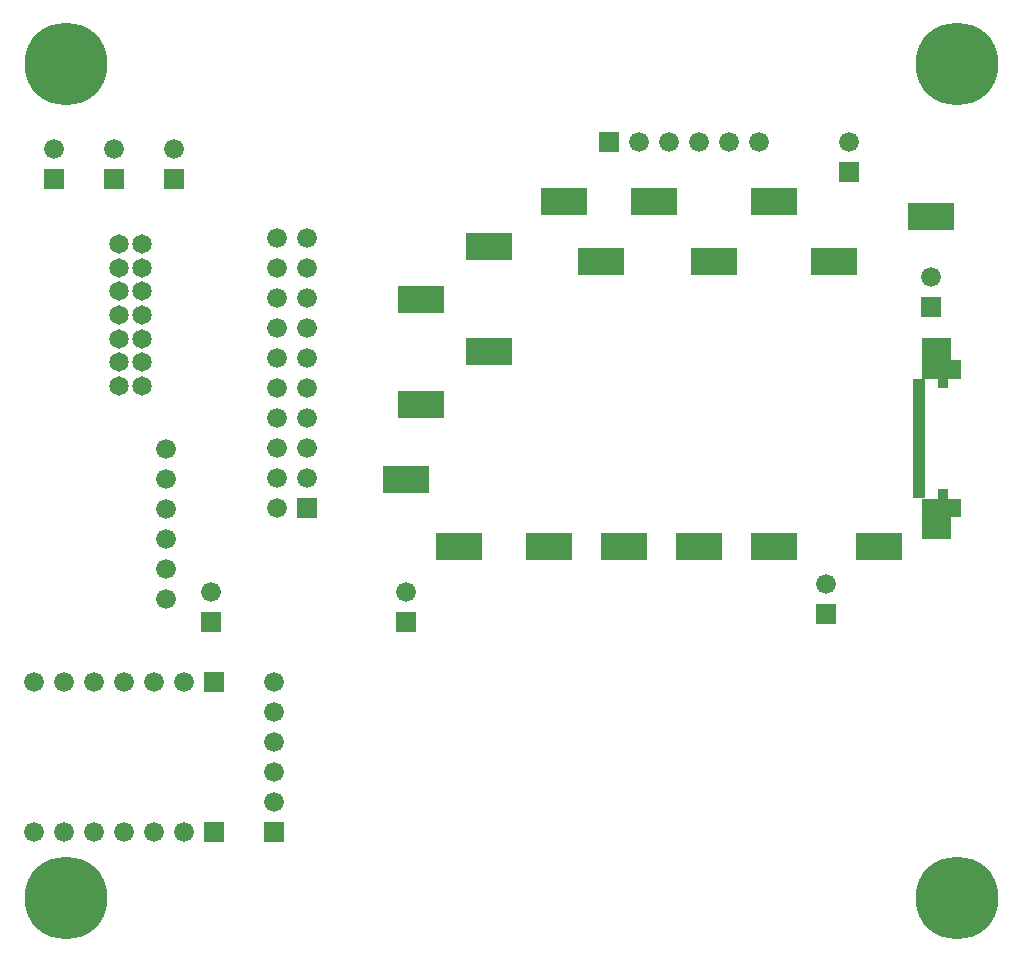
<source format=gbr>
G04 start of page 6 for group -4063 idx -4063 *
G04 Title: (unknown), componentmask *
G04 Creator: pcb 20110918 *
G04 CreationDate: Thu Aug 28 18:43:41 2014 UTC *
G04 For: fosse *
G04 Format: Gerber/RS-274X *
G04 PCB-Dimensions: 348000 372000 *
G04 PCB-Coordinate-Origin: lower left *
%MOIN*%
%FSLAX25Y25*%
%LNTOPMASK*%
%ADD61R,0.0336X0.0336*%
%ADD60R,0.0218X0.0218*%
%ADD59R,0.0907X0.0907*%
%ADD58R,0.0966X0.0966*%
%ADD57R,0.0435X0.0435*%
%ADD56C,0.0651*%
%ADD55C,0.2760*%
%ADD54C,0.0001*%
%ADD53C,0.0660*%
G54D53*X110500Y241000D03*
G54D54*G36*
X315200Y271300D02*Y264700D01*
X321800D01*
Y271300D01*
X315200D01*
G37*
G54D53*X318500Y278000D03*
G54D54*G36*
X207700Y326300D02*Y319700D01*
X214300D01*
Y326300D01*
X207700D01*
G37*
G54D53*X221000Y323000D03*
X231000D03*
X241000D03*
G54D55*X327000Y349000D03*
G54D53*X251000Y323000D03*
X261000D03*
G54D54*G36*
X287700Y316300D02*Y309700D01*
X294300D01*
Y316300D01*
X287700D01*
G37*
G54D53*X291000Y323000D03*
G54D54*G36*
X280200Y168800D02*Y162200D01*
X286800D01*
Y168800D01*
X280200D01*
G37*
G54D53*X283500Y175500D03*
X110500Y221000D03*
X100500D03*
X110500Y231000D03*
X100500D03*
Y241000D03*
X110500Y251000D03*
Y261000D03*
Y271000D03*
Y281000D03*
Y291000D03*
X100500Y251000D03*
Y261000D03*
Y271000D03*
Y281000D03*
Y291000D03*
G54D54*G36*
X107200Y204300D02*Y197700D01*
X113800D01*
Y204300D01*
X107200D01*
G37*
G54D53*X100500Y201000D03*
X110500Y211000D03*
X100500D03*
G54D54*G36*
X140200Y166300D02*Y159700D01*
X146800D01*
Y166300D01*
X140200D01*
G37*
G54D53*X143500Y173000D03*
G54D54*G36*
X75200Y166300D02*Y159700D01*
X81800D01*
Y166300D01*
X75200D01*
G37*
G54D53*X78500Y173000D03*
X63500Y170500D03*
Y180500D03*
Y190500D03*
Y200500D03*
Y210500D03*
Y220500D03*
G54D56*X47626Y241630D03*
Y249504D03*
X55500Y241630D03*
Y249504D03*
X47626Y257378D03*
X55500D03*
X47626Y265252D03*
Y273126D03*
Y281000D03*
X55500Y265252D03*
Y273126D03*
Y281000D03*
Y288874D03*
G54D54*G36*
X62700Y313800D02*Y307200D01*
X69300D01*
Y313800D01*
X62700D01*
G37*
G54D53*X66000Y320500D03*
G54D56*X47626Y288874D03*
G54D54*G36*
X42700Y313800D02*Y307200D01*
X49300D01*
Y313800D01*
X42700D01*
G37*
G54D53*X46000Y320500D03*
G54D54*G36*
X22700Y313800D02*Y307200D01*
X29300D01*
Y313800D01*
X22700D01*
G37*
G54D53*X26000Y320500D03*
G54D55*X30000Y349000D03*
G54D54*G36*
X76200Y96300D02*Y89700D01*
X82800D01*
Y96300D01*
X76200D01*
G37*
G36*
Y146300D02*Y139700D01*
X82800D01*
Y146300D01*
X76200D01*
G37*
G54D53*X69500Y93000D03*
X59500D03*
X49500D03*
X39500D03*
X29500D03*
X19500D03*
G54D55*X30000Y71000D03*
G54D53*X69500Y143000D03*
X59500D03*
X49500D03*
X39500D03*
X29500D03*
X19500D03*
G54D54*G36*
X96200Y96300D02*Y89700D01*
X102800D01*
Y96300D01*
X96200D01*
G37*
G54D55*X327000Y71000D03*
G54D53*X99500Y103000D03*
Y113000D03*
Y123000D03*
Y133000D03*
Y143000D03*
G54D57*X326291Y247918D02*Y246146D01*
G54D58*X320287Y252740D02*Y248803D01*
G54D59*X167850Y253000D02*X174149D01*
X145370Y270480D02*X151669D01*
G54D60*X313397Y226953D02*X315365D01*
X313397Y228922D02*X315365D01*
X313397Y230890D02*X315365D01*
X313397Y232859D02*X315365D01*
X313397Y234827D02*X315365D01*
G54D61*X322413Y243292D02*Y242504D01*
G54D60*X313397Y236796D02*X315365D01*
X313397Y238764D02*X315365D01*
G54D59*X145350Y235500D02*X151649D01*
G54D60*X313397Y242701D02*X315365D01*
X313397Y240733D02*X315365D01*
G54D59*X315350Y298000D02*X321649D01*
X282850Y283000D02*X289149D01*
X262831Y303020D02*X269130D01*
X242831Y283020D02*X249130D01*
X222831Y303020D02*X229130D01*
X192831D02*X199130D01*
X205350Y283000D02*X211649D01*
X167850Y288000D02*X174149D01*
G54D60*X313397Y205300D02*X315365D01*
X313397Y207268D02*X315365D01*
X313397Y209237D02*X315365D01*
X313397Y217111D02*X315365D01*
X313397Y219079D02*X315365D01*
X313397Y221048D02*X315365D01*
X313397Y223016D02*X315365D01*
X313397Y224985D02*X315365D01*
X313397Y211205D02*X315365D01*
X313397Y213174D02*X315365D01*
X313397Y215142D02*X315365D01*
G54D61*X322413Y205497D02*Y204709D01*
G54D57*X326291Y201855D02*Y200083D01*
G54D58*X320288Y199197D02*Y195260D01*
G54D59*X297850Y188000D02*X304149D01*
X157850D02*X164149D01*
X187850D02*X194149D01*
X212850D02*X219149D01*
X237850D02*X244149D01*
X262850D02*X269149D01*
X140350Y210500D02*X146649D01*
M02*

</source>
